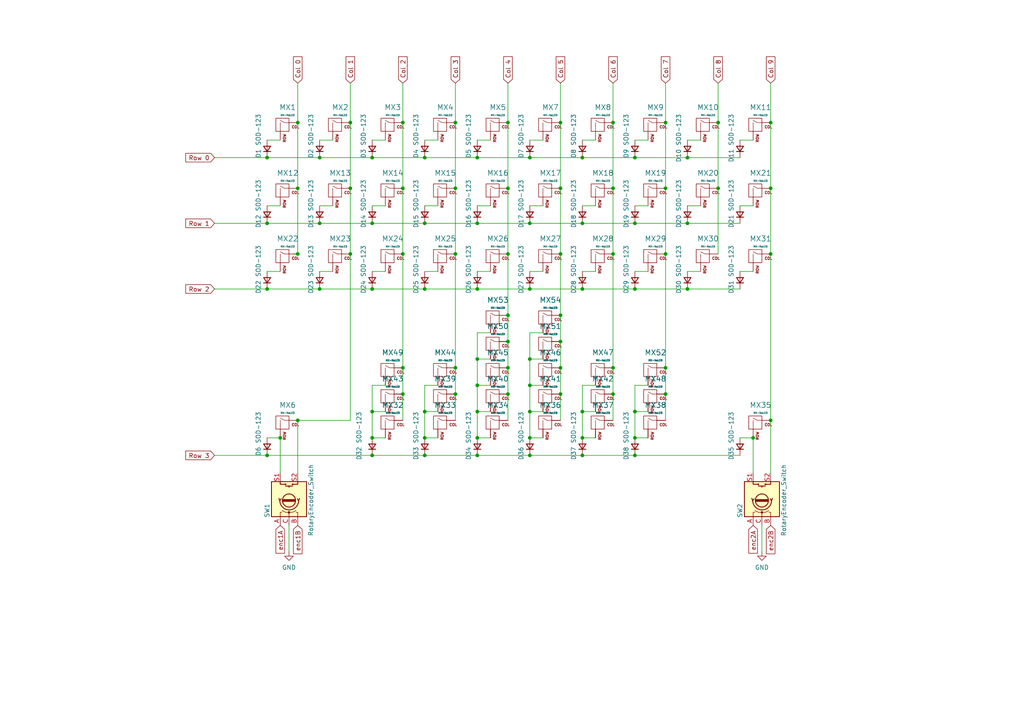
<source format=kicad_sch>
(kicad_sch (version 20230121) (generator eeschema)
  (paper "A4")
  (lib_symbols
    (symbol "Device:D_Small" (pin_numbers hide) (pin_names (offset 0.254) hide)
      (property "Reference" "D" (at -1.27 2.032 0))
      (property "Value" "D_Small" (at -3.81 -2.032 0))
      (symbol "D_Small_0_1"
        (polyline (pts (xy -0.762 -1.016) (xy -0.762 1.016)) (stroke (width 0.254)))
        (polyline (pts (xy -0.762 0) (xy 0.762 0)))
        (polyline (pts (xy 0.762 -1.016) (xy -0.762 0) (xy 0.762 1.016) (xy 0.762 -1.016)) (stroke (width 0.254)))
      )
      (symbol "D_Small_1_1"
        (pin passive line (at -2.54 0 0) (length 1.778) (name "K") (number "1"))
        (pin passive line (at 2.54 0 180) (length 1.778) (name "A") (number "2"))
      )
    )
    (symbol "Device:RotaryEncoder_Switch" (pin_names (offset 0.254) hide)
      (property "Reference" "SW" (at 0 6.604 0))
      (property "Value" "RotaryEncoder_Switch" (at 0 -6.604 0))
      (symbol "RotaryEncoder_Switch_0_1"
        (rectangle (start -5.08 5.08) (end 5.08 -5.08) (stroke (width 0.254)) (fill (type background)))
        (circle (center -3.81 0) (radius 0.254) (fill (type outline)))
        (circle (center -0.381 0) (radius 1.905) (stroke (width 0.254)))
        (arc (start -0.381 2.667) (mid -3.0988 -0.0635) (end -0.381 -2.794) (stroke (width 0.254)))
        (polyline (pts (xy -0.635 -1.778) (xy -0.635 1.778)) (stroke (width 0.254)))
        (polyline (pts (xy -0.381 -1.778) (xy -0.381 1.778)) (stroke (width 0.254)))
        (polyline (pts (xy -0.127 1.778) (xy -0.127 -1.778)) (stroke (width 0.254)))
        (polyline (pts (xy 3.81 0) (xy 3.429 0)) (stroke (width 0.254)))
        (polyline (pts (xy 3.81 1.016) (xy 3.81 -1.016)) (stroke (width 0.254)))
        (polyline (pts (xy -5.08 -2.54) (xy -3.81 -2.54) (xy -3.81 -2.032)))
        (polyline (pts (xy -5.08 2.54) (xy -3.81 2.54) (xy -3.81 2.032)))
        (polyline (pts (xy 0.254 -3.048) (xy -0.508 -2.794) (xy 0.127 -2.413)) (stroke (width 0.254)))
        (polyline (pts (xy 0.254 2.921) (xy -0.508 2.667) (xy 0.127 2.286)) (stroke (width 0.254)))
        (polyline (pts (xy 5.08 -2.54) (xy 4.318 -2.54) (xy 4.318 -1.016)) (stroke (width 0.254)))
        (polyline (pts (xy 5.08 2.54) (xy 4.318 2.54) (xy 4.318 1.016)) (stroke (width 0.254)))
        (polyline (pts (xy -5.08 0) (xy -3.81 0) (xy -3.81 -1.016) (xy -3.302 -2.032)))
        (polyline (pts (xy -4.318 0) (xy -3.81 0) (xy -3.81 1.016) (xy -3.302 2.032)))
        (circle (center 4.318 -1.016) (radius 0.127) (stroke (width 0.254)))
        (circle (center 4.318 1.016) (radius 0.127) (stroke (width 0.254)))
      )
      (symbol "RotaryEncoder_Switch_1_1"
        (pin passive line (at -7.62 2.54 0) (length 2.54) (name "A") (number "A"))
        (pin passive line (at -7.62 -2.54 0) (length 2.54) (name "B") (number "B"))
        (pin passive line (at -7.62 0 0) (length 2.54) (name "C") (number "C"))
        (pin passive line (at 7.62 2.54 180) (length 2.54) (name "S1") (number "S1"))
        (pin passive line (at 7.62 -2.54 180) (length 2.54) (name "S2") (number "S2"))
      )
    )
    (symbol "MX_Alps_Hybrid:MX-NoLED" (pin_names (offset 1.016))
      (property "Reference" "MX" (at -0.635 3.81 0))
      (property "Value" "MX-NoLED" (at -0.635 1.27 0))
      (symbol "MX-NoLED_0_0"
        (rectangle (start -2.54 2.54) (end 1.27 -1.27))
        (polyline (pts (xy -1.27 -1.27) (xy -1.27 1.27)) (stroke (width 0.127)))
        (polyline (pts (xy 1.27 1.27) (xy 0 1.27) (xy -1.27 1.905)) (stroke (width 0.127)))
        (text "COL" (at 3.175 0 0) (effects (font (size 0.762 0.762))))
        (text "ROW" (at 0 -1.905 900) (effects (font (size 0.762 0.762)) (justify right)))
      )
      (symbol "MX-NoLED_1_1"
        (pin passive line (at 3.81 1.27 180) (length 2.54) (name "COL") (number "1"))
        (pin passive line (at -1.27 -3.81 90) (length 2.54) (name "ROW") (number "2"))
      )
    )
    (symbol "power:GND" (power) (pin_names (offset 0))
      (property "Value" "GND" (at 0 -3.81 0))
      (symbol "GND_0_1"
        (polyline (pts (xy 0 0) (xy 0 -1.27) (xy 1.27 -1.27) (xy 0 -2.54) (xy -1.27 -1.27) (xy 0 -1.27)))
      )
      (symbol "GND_1_1"
        (pin power_in line (at 0 0 270) (length 0) hide (name "GND") (number "1"))
      )
    )
  )
  (junction (at 168.91 132.08))
  (junction (at 184.15 64.77))
  (junction (at 199.39 45.72))
  (junction (at 138.43 45.72))
  (junction (at 208.28 35.56))
  (junction (at 107.95 132.08))
  (junction (at 92.71 64.77))
  (junction (at 86.36 121.92))
  (junction (at 168.91 119.38))
  (junction (at 107.95 83.82))
  (junction (at 147.32 35.56))
  (junction (at 101.6 73.66))
  (junction (at 162.56 73.66))
  (junction (at 162.56 91.44))
  (junction (at 132.08 73.66))
  (junction (at 147.32 54.61))
  (junction (at 199.39 64.77))
  (junction (at 153.67 45.72))
  (junction (at 168.91 45.72))
  (junction (at 101.6 35.56))
  (junction (at 77.47 83.82))
  (junction (at 138.43 127))
  (junction (at 92.71 45.72))
  (junction (at 162.56 35.56))
  (junction (at 177.8 106.68))
  (junction (at 193.04 35.56))
  (junction (at 199.39 83.82))
  (junction (at 147.32 91.44))
  (junction (at 86.36 73.66))
  (junction (at 77.47 64.77))
  (junction (at 81.28 127))
  (junction (at 107.95 64.77))
  (junction (at 153.67 127))
  (junction (at 123.19 64.77))
  (junction (at 116.84 35.56))
  (junction (at 153.67 119.38))
  (junction (at 116.84 73.66))
  (junction (at 123.19 45.72))
  (junction (at 153.67 132.08))
  (junction (at 92.71 83.82))
  (junction (at 184.15 83.82))
  (junction (at 223.52 73.66))
  (junction (at 168.91 127))
  (junction (at 147.32 73.66))
  (junction (at 153.67 64.77))
  (junction (at 132.08 106.68))
  (junction (at 218.44 127))
  (junction (at 86.36 35.56))
  (junction (at 107.95 127))
  (junction (at 116.84 106.68))
  (junction (at 147.32 99.06))
  (junction (at 168.91 83.82))
  (junction (at 193.04 114.3))
  (junction (at 153.67 104.14))
  (junction (at 132.08 35.56))
  (junction (at 123.19 83.82))
  (junction (at 223.52 35.56))
  (junction (at 147.32 114.3))
  (junction (at 77.47 45.72))
  (junction (at 193.04 54.61))
  (junction (at 223.52 54.61))
  (junction (at 177.8 114.3))
  (junction (at 168.91 64.77))
  (junction (at 162.56 106.68))
  (junction (at 123.19 127))
  (junction (at 177.8 35.56))
  (junction (at 138.43 104.14))
  (junction (at 193.04 106.68))
  (junction (at 153.67 111.76))
  (junction (at 208.28 54.61))
  (junction (at 77.47 132.08))
  (junction (at 138.43 83.82))
  (junction (at 193.04 73.66))
  (junction (at 123.19 119.38))
  (junction (at 138.43 111.76))
  (junction (at 162.56 99.06))
  (junction (at 116.84 114.3))
  (junction (at 153.67 83.82))
  (junction (at 162.56 54.61))
  (junction (at 147.32 106.68))
  (junction (at 138.43 119.38))
  (junction (at 101.6 54.61))
  (junction (at 107.95 119.38))
  (junction (at 184.15 45.72))
  (junction (at 138.43 64.77))
  (junction (at 223.52 121.92))
  (junction (at 116.84 54.61))
  (junction (at 86.36 54.61))
  (junction (at 138.43 132.08))
  (junction (at 162.56 114.3))
  (junction (at 132.08 114.3))
  (junction (at 177.8 73.66))
  (junction (at 184.15 132.08))
  (junction (at 123.19 132.08))
  (junction (at 132.08 54.61))
  (junction (at 184.15 127))
  (junction (at 184.15 119.38))
  (junction (at 107.95 45.72))
  (junction (at 177.8 54.61))
  (wire (pts (xy 138.43 132.08) (xy 153.67 132.08)))
  (wire (pts (xy 208.28 54.61) (xy 208.28 73.66)))
  (wire (pts (xy 157.48 96.52) (xy 153.67 96.52)))
  (wire (pts (xy 223.52 121.92) (xy 223.52 137.16)))
  (wire (pts (xy 101.6 121.92) (xy 86.36 121.92)))
  (wire (pts (xy 153.67 119.38) (xy 153.67 127)))
  (wire (pts (xy 92.71 83.82) (xy 107.95 83.82)))
  (wire (pts (xy 123.19 119.38) (xy 123.19 127)))
  (wire (pts (xy 116.84 35.56) (xy 116.84 54.61)))
  (wire (pts (xy 111.76 111.76) (xy 107.95 111.76)))
  (wire (pts (xy 153.67 111.76) (xy 153.67 119.38)))
  (wire (pts (xy 172.72 119.38) (xy 168.91 119.38)))
  (wire (pts (xy 123.19 40.64) (xy 127 40.64)))
  (wire (pts (xy 138.43 78.74) (xy 142.24 78.74)))
  (wire (pts (xy 132.08 54.61) (xy 132.08 73.66)))
  (wire (pts (xy 83.82 152.4) (xy 83.82 160.02)))
  (wire (pts (xy 168.91 83.82) (xy 184.15 83.82)))
  (wire (pts (xy 107.95 83.82) (xy 123.19 83.82)))
  (wire (pts (xy 132.08 24.13) (xy 132.08 35.56)))
  (wire (pts (xy 153.67 59.69) (xy 157.48 59.69)))
  (wire (pts (xy 147.32 114.3) (xy 147.32 106.68)))
  (wire (pts (xy 142.24 104.14) (xy 138.43 104.14)))
  (wire (pts (xy 223.52 24.13) (xy 223.52 35.56)))
  (wire (pts (xy 147.32 54.61) (xy 147.32 73.66)))
  (wire (pts (xy 193.04 54.61) (xy 193.04 73.66)))
  (wire (pts (xy 153.67 132.08) (xy 168.91 132.08)))
  (wire (pts (xy 177.8 54.61) (xy 177.8 73.66)))
  (wire (pts (xy 123.19 83.82) (xy 138.43 83.82)))
  (wire (pts (xy 214.63 78.74) (xy 218.44 78.74)))
  (wire (pts (xy 138.43 96.52) (xy 138.43 104.14)))
  (wire (pts (xy 92.71 78.74) (xy 96.52 78.74)))
  (wire (pts (xy 101.6 35.56) (xy 101.6 54.61)))
  (wire (pts (xy 214.63 40.64) (xy 218.44 40.64)))
  (wire (pts (xy 107.95 45.72) (xy 123.19 45.72)))
  (wire (pts (xy 168.91 45.72) (xy 184.15 45.72)))
  (wire (pts (xy 77.47 59.69) (xy 81.28 59.69)))
  (wire (pts (xy 132.08 114.3) (xy 132.08 121.92)))
  (wire (pts (xy 214.63 64.77) (xy 199.39 64.77)))
  (wire (pts (xy 107.95 119.38) (xy 111.76 119.38)))
  (wire (pts (xy 153.67 119.38) (xy 157.48 119.38)))
  (wire (pts (xy 127 111.76) (xy 123.19 111.76)))
  (wire (pts (xy 116.84 54.61) (xy 116.84 73.66)))
  (wire (pts (xy 172.72 111.76) (xy 168.91 111.76)))
  (wire (pts (xy 162.56 73.66) (xy 162.56 91.44)))
  (wire (pts (xy 199.39 45.72) (xy 214.63 45.72)))
  (wire (pts (xy 162.56 54.61) (xy 162.56 73.66)))
  (wire (pts (xy 214.63 59.69) (xy 218.44 59.69)))
  (wire (pts (xy 184.15 45.72) (xy 199.39 45.72)))
  (wire (pts (xy 162.56 114.3) (xy 162.56 121.92)))
  (wire (pts (xy 184.15 127) (xy 187.96 127)))
  (wire (pts (xy 168.91 127) (xy 172.72 127)))
  (wire (pts (xy 199.39 78.74) (xy 203.2 78.74)))
  (wire (pts (xy 138.43 40.64) (xy 142.24 40.64)))
  (wire (pts (xy 62.23 45.72) (xy 77.47 45.72)))
  (wire (pts (xy 193.04 35.56) (xy 193.04 54.61)))
  (wire (pts (xy 123.19 59.69) (xy 127 59.69)))
  (wire (pts (xy 123.19 127) (xy 127 127)))
  (wire (pts (xy 168.91 40.64) (xy 172.72 40.64)))
  (wire (pts (xy 86.36 54.61) (xy 86.36 73.66)))
  (wire (pts (xy 107.95 127) (xy 111.76 127)))
  (wire (pts (xy 138.43 111.76) (xy 142.24 111.76)))
  (wire (pts (xy 162.56 35.56) (xy 162.56 54.61)))
  (wire (pts (xy 153.67 78.74) (xy 157.48 78.74)))
  (wire (pts (xy 153.67 40.64) (xy 157.48 40.64)))
  (wire (pts (xy 77.47 83.82) (xy 92.71 83.82)))
  (wire (pts (xy 123.19 111.76) (xy 123.19 119.38)))
  (wire (pts (xy 138.43 111.76) (xy 138.43 119.38)))
  (wire (pts (xy 147.32 91.44) (xy 147.32 99.06)))
  (wire (pts (xy 177.8 35.56) (xy 177.8 54.61)))
  (wire (pts (xy 123.19 78.74) (xy 127 78.74)))
  (wire (pts (xy 199.39 64.77) (xy 184.15 64.77)))
  (wire (pts (xy 193.04 106.68) (xy 193.04 114.3)))
  (wire (pts (xy 92.71 64.77) (xy 77.47 64.77)))
  (wire (pts (xy 157.48 104.14) (xy 153.67 104.14)))
  (wire (pts (xy 116.84 73.66) (xy 116.84 106.68)))
  (wire (pts (xy 193.04 73.66) (xy 193.04 106.68)))
  (wire (pts (xy 177.8 73.66) (xy 177.8 106.68)))
  (wire (pts (xy 184.15 78.74) (xy 187.96 78.74)))
  (wire (pts (xy 168.91 119.38) (xy 168.91 127)))
  (wire (pts (xy 127 119.38) (xy 123.19 119.38)))
  (wire (pts (xy 132.08 106.68) (xy 132.08 114.3)))
  (wire (pts (xy 177.8 114.3) (xy 177.8 121.92)))
  (wire (pts (xy 101.6 24.13) (xy 101.6 35.56)))
  (wire (pts (xy 162.56 24.13) (xy 162.56 35.56)))
  (wire (pts (xy 223.52 73.66) (xy 223.52 121.92)))
  (wire (pts (xy 184.15 132.08) (xy 168.91 132.08)))
  (wire (pts (xy 162.56 91.44) (xy 162.56 99.06)))
  (wire (pts (xy 86.36 35.56) (xy 86.36 54.61)))
  (wire (pts (xy 132.08 35.56) (xy 132.08 54.61)))
  (wire (pts (xy 86.36 24.13) (xy 86.36 35.56)))
  (wire (pts (xy 218.44 127) (xy 218.44 137.16)))
  (wire (pts (xy 138.43 59.69) (xy 142.24 59.69)))
  (wire (pts (xy 123.19 45.72) (xy 138.43 45.72)))
  (wire (pts (xy 138.43 119.38) (xy 142.24 119.38)))
  (wire (pts (xy 138.43 119.38) (xy 138.43 127)))
  (wire (pts (xy 123.19 64.77) (xy 107.95 64.77)))
  (wire (pts (xy 177.8 24.13) (xy 177.8 35.56)))
  (wire (pts (xy 177.8 106.68) (xy 177.8 114.3)))
  (wire (pts (xy 142.24 96.52) (xy 138.43 96.52)))
  (wire (pts (xy 92.71 45.72) (xy 107.95 45.72)))
  (wire (pts (xy 62.23 64.77) (xy 77.47 64.77)))
  (wire (pts (xy 77.47 40.64) (xy 81.28 40.64)))
  (wire (pts (xy 184.15 111.76) (xy 184.15 119.38)))
  (wire (pts (xy 147.32 99.06) (xy 147.32 106.68)))
  (wire (pts (xy 107.95 78.74) (xy 111.76 78.74)))
  (wire (pts (xy 77.47 45.72) (xy 92.71 45.72)))
  (wire (pts (xy 147.32 121.92) (xy 147.32 114.3)))
  (wire (pts (xy 62.23 83.82) (xy 77.47 83.82)))
  (wire (pts (xy 77.47 132.08) (xy 107.95 132.08)))
  (wire (pts (xy 208.28 24.13) (xy 208.28 35.56)))
  (wire (pts (xy 116.84 114.3) (xy 116.84 121.92)))
  (wire (pts (xy 184.15 40.64) (xy 187.96 40.64)))
  (wire (pts (xy 184.15 83.82) (xy 199.39 83.82)))
  (wire (pts (xy 147.32 24.13) (xy 147.32 35.56)))
  (wire (pts (xy 132.08 73.66) (xy 132.08 106.68)))
  (wire (pts (xy 92.71 59.69) (xy 96.52 59.69)))
  (wire (pts (xy 77.47 127) (xy 81.28 127)))
  (wire (pts (xy 153.67 45.72) (xy 168.91 45.72)))
  (wire (pts (xy 223.52 54.61) (xy 223.52 73.66)))
  (wire (pts (xy 123.19 132.08) (xy 138.43 132.08)))
  (wire (pts (xy 193.04 24.13) (xy 193.04 35.56)))
  (wire (pts (xy 184.15 64.77) (xy 168.91 64.77)))
  (wire (pts (xy 101.6 73.66) (xy 101.6 121.92)))
  (wire (pts (xy 187.96 111.76) (xy 184.15 111.76)))
  (wire (pts (xy 107.95 132.08) (xy 123.19 132.08)))
  (wire (pts (xy 138.43 83.82) (xy 153.67 83.82)))
  (wire (pts (xy 184.15 119.38) (xy 187.96 119.38)))
  (wire (pts (xy 86.36 121.92) (xy 86.36 137.16)))
  (wire (pts (xy 62.23 132.08) (xy 77.47 132.08)))
  (wire (pts (xy 92.71 40.64) (xy 96.52 40.64)))
  (wire (pts (xy 153.67 127) (xy 157.48 127)))
  (wire (pts (xy 199.39 59.69) (xy 203.2 59.69)))
  (wire (pts (xy 214.63 127) (xy 218.44 127)))
  (wire (pts (xy 116.84 24.13) (xy 116.84 35.56)))
  (wire (pts (xy 223.52 35.56) (xy 223.52 54.61)))
  (wire (pts (xy 116.84 106.68) (xy 116.84 114.3)))
  (wire (pts (xy 147.32 73.66) (xy 147.32 91.44)))
  (wire (pts (xy 184.15 132.08) (xy 214.63 132.08)))
  (wire (pts (xy 138.43 104.14) (xy 138.43 111.76)))
  (wire (pts (xy 168.91 59.69) (xy 172.72 59.69)))
  (wire (pts (xy 168.91 111.76) (xy 168.91 119.38)))
  (wire (pts (xy 153.67 96.52) (xy 153.67 104.14)))
  (wire (pts (xy 168.91 64.77) (xy 153.67 64.77)))
  (wire (pts (xy 138.43 64.77) (xy 153.67 64.77)))
  (wire (pts (xy 162.56 106.68) (xy 162.56 114.3)))
  (wire (pts (xy 193.04 114.3) (xy 193.04 121.92)))
  (wire (pts (xy 162.56 99.06) (xy 162.56 106.68)))
  (wire (pts (xy 184.15 119.38) (xy 184.15 127)))
  (wire (pts (xy 107.95 119.38) (xy 107.95 127)))
  (wire (pts (xy 85.09 73.66) (xy 86.36 73.66)))
  (wire (pts (xy 184.15 59.69) (xy 187.96 59.69)))
  (wire (pts (xy 208.28 35.56) (xy 208.28 54.61)))
  (wire (pts (xy 138.43 45.72) (xy 153.67 45.72)))
  (wire (pts (xy 199.39 40.64) (xy 203.2 40.64)))
  (wire (pts (xy 107.95 59.69) (xy 111.76 59.69)))
  (wire (pts (xy 220.98 152.4) (xy 220.98 160.02)))
  (wire (pts (xy 107.95 64.77) (xy 92.71 64.77)))
  (wire (pts (xy 199.39 83.82) (xy 214.63 83.82)))
  (wire (pts (xy 107.95 111.76) (xy 107.95 119.38)))
  (wire (pts (xy 101.6 54.61) (xy 101.6 73.66)))
  (wire (pts (xy 138.43 64.77) (xy 123.19 64.77)))
  (wire (pts (xy 107.95 40.64) (xy 111.76 40.64)))
  (wire (pts (xy 147.32 35.56) (xy 147.32 54.61)))
  (wire (pts (xy 81.28 127) (xy 81.28 137.16)))
  (wire (pts (xy 153.67 111.76) (xy 157.48 111.76)))
  (wire (pts (xy 77.47 78.74) (xy 81.28 78.74)))
  (wire (pts (xy 168.91 78.74) (xy 172.72 78.74)))
  (wire (pts (xy 153.67 83.82) (xy 168.91 83.82)))
  (wire (pts (xy 138.43 127) (xy 142.24 127)))
  (wire (pts (xy 153.67 104.14) (xy 153.67 111.76)))
  (global_label "enc1B" (shape input) (at 86.36 152.4 270) (property "Intersheetrefs" "${INTERSHEET_REFS}" (effects hide)))
  (global_label "Col 3" (shape input) (at 132.08 24.13 90) (property "Intersheetrefs" "${INTERSHEET_REFS}" (effects hide)))
  (global_label "Col 0" (shape input) (at 86.36 24.13 90) (property "Intersheetrefs" "${INTERSHEET_REFS}" (effects hide)))
  (global_label "Row 0" (shape input) (at 62.23 45.72 180) (property "Intersheetrefs" "${INTERSHEET_REFS}" (effects hide)))
  (global_label "Col 4" (shape input) (at 147.32 24.13 90) (property "Intersheetrefs" "${INTERSHEET_REFS}" (effects hide)))
  (global_label "Row 2" (shape input) (at 62.23 83.82 180) (property "Intersheetrefs" "${INTERSHEET_REFS}" (effects hide)))
  (global_label "Row 1" (shape input) (at 62.23 64.77 180) (property "Intersheetrefs" "${INTERSHEET_REFS}" (effects hide)))
  (global_label "Col 6" (shape input) (at 177.8 24.13 90) (property "Intersheetrefs" "${INTERSHEET_REFS}" (effects hide)))
  (global_label "Col 2" (shape input) (at 116.84 24.13 90) (property "Intersheetrefs" "${INTERSHEET_REFS}" (effects hide)))
  (global_label "enc2B" (shape input) (at 223.52 152.4 270) (property "Intersheetrefs" "${INTERSHEET_REFS}" (effects hide)))
  (global_label "Row 3" (shape input) (at 62.23 132.08 180) (property "Intersheetrefs" "${INTERSHEET_REFS}" (effects hide)))
  (global_label "Col 7" (shape input) (at 193.04 24.13 90) (property "Intersheetrefs" "${INTERSHEET_REFS}" (effects hide)))
  (global_label "enc2A" (shape input) (at 218.44 152.4 270) (property "Intersheetrefs" "${INTERSHEET_REFS}" (effects hide)))
  (global_label "Col 5" (shape input) (at 162.56 24.13 90) (property "Intersheetrefs" "${INTERSHEET_REFS}" (effects hide)))
  (global_label "Col 1" (shape input) (at 101.6 24.13 90) (property "Intersheetrefs" "${INTERSHEET_REFS}" (effects hide)))
  (global_label "Col 9" (shape input) (at 223.52 24.13 90) (property "Intersheetrefs" "${INTERSHEET_REFS}" (effects hide)))
  (global_label "Col 8" (shape input) (at 208.28 24.13 90) (property "Intersheetrefs" "${INTERSHEET_REFS}" (effects hide)))
  (global_label "enc1A" (shape input) (at 81.28 152.4 270) (property "Intersheetrefs" "${INTERSHEET_REFS}" (effects hide)))
  (symbol (lib_id "Device:D_Small") (at 199.39 62.23 90) (unit 1)
    (property "Reference" "D20" (at 196.85 62.23 0) (effects (justify right)))
    (property "Value" "SOD-123" (at 196.85 52.07 0) (effects (justify right)))
    (property "Footprint" "Diode_SMD:D_SOD-123" (effects hide))
  )
  (symbol (lib_id "MX_Alps_Hybrid:MX-NoLED") (at 158.75 92.71 0) (unit 1)
    (property "Reference" "MX54" (at 159.6356 87.0165 0) (effects (font (size 1.524 1.524))))
    (property "Value" "MX-NoLED" (at 159.6356 89.2871 0) (effects (font (size 0.508 0.508))))
    (property "Footprint" "MX_Only:MXOnly-3U-ReversedStabilizers-NoLED" (effects hide))
  )
  (symbol (lib_id "Device:D_Small") (at 184.15 43.18 90) (unit 1)
    (property "Reference" "D9" (at 181.61 43.18 0) (effects (justify right)))
    (property "Value" "SOD-123" (at 181.61 33.02 0) (effects (justify right)))
    (property "Footprint" "Diode_SMD:D_SOD-123" (effects hide))
  )
  (symbol (lib_id "Device:D_Small") (at 168.91 43.18 90) (unit 1)
    (property "Reference" "D8" (at 166.37 43.18 0) (effects (justify right)))
    (property "Value" "SOD-123" (at 166.37 33.02 0) (effects (justify right)))
    (property "Footprint" "Diode_SMD:D_SOD-123" (effects hide))
  )
  (symbol (lib_id "MX_Alps_Hybrid:MX-NoLED") (at 219.71 55.88 0) (unit 1)
    (property "Reference" "MX21" (at 220.5956 50.1865 0) (effects (font (size 1.524 1.524))))
    (property "Value" "MX-NoLED" (at 220.5956 52.4571 0) (effects (font (size 0.508 0.508))))
    (property "Footprint" "MX_Only:MXOnly-1U-NoLED" (effects hide))
  )
  (symbol (lib_id "Device:D_Small") (at 92.71 62.23 90) (unit 1)
    (property "Reference" "D13" (at 90.17 62.23 0) (effects (justify right)))
    (property "Value" "SOD-123" (at 90.17 52.07 0) (effects (justify right)))
    (property "Footprint" "Diode_SMD:D_SOD-123" (effects hide))
  )
  (symbol (lib_id "Device:D_Small") (at 77.47 62.23 90) (unit 1)
    (property "Reference" "D12" (at 74.93 62.23 0) (effects (justify right)))
    (property "Value" "SOD-123" (at 74.93 52.07 0) (effects (justify right)))
    (property "Footprint" "Diode_SMD:D_SOD-123" (effects hide))
  )
  (symbol (lib_id "MX_Alps_Hybrid:MX-NoLED") (at 97.79 74.93 0) (unit 1)
    (property "Reference" "MX23" (at 98.6756 69.2365 0) (effects (font (size 1.524 1.524))))
    (property "Value" "MX-NoLED" (at 98.6756 71.5071 0) (effects (font (size 0.508 0.508))))
    (property "Footprint" "MX_Only:MXOnly-1U-NoLED" (effects hide))
  )
  (symbol (lib_id "MX_Alps_Hybrid:MX-NoLED") (at 82.55 36.83 0) (unit 1)
    (property "Reference" "MX1" (at 83.4356 31.1365 0) (effects (font (size 1.524 1.524))))
    (property "Value" "MX-NoLED" (at 83.4356 33.4071 0) (effects (font (size 0.508 0.508))))
    (property "Footprint" "MX_Only:MXOnly-1U-NoLED" (effects hide))
  )
  (symbol (lib_id "MX_Alps_Hybrid:MX-NoLED") (at 143.51 107.95 0) (unit 1)
    (property "Reference" "MX45" (at 144.3956 102.2565 0) (effects (font (size 1.524 1.524))))
    (property "Value" "MX-NoLED" (at 144.3956 104.5271 0) (effects (font (size 0.508 0.508))))
    (property "Footprint" "MX_Only:MXOnly-2.25U-ReversedStabilizers-NoLED" (effects hide))
  )
  (symbol (lib_id "Device:D_Small") (at 184.15 62.23 90) (unit 1)
    (property "Reference" "D19" (at 181.61 62.23 0) (effects (justify right)))
    (property "Value" "SOD-123" (at 181.61 52.07 0) (effects (justify right)))
    (property "Footprint" "Diode_SMD:D_SOD-123" (effects hide))
  )
  (symbol (lib_id "MX_Alps_Hybrid:MX-NoLED") (at 143.51 55.88 0) (unit 1)
    (property "Reference" "MX16" (at 144.3956 50.1865 0) (effects (font (size 1.524 1.524))))
    (property "Value" "MX-NoLED" (at 144.3956 52.4571 0) (effects (font (size 0.508 0.508))))
    (property "Footprint" "MX_Only:MXOnly-1U-NoLED" (effects hide))
  )
  (symbol (lib_id "MX_Alps_Hybrid:MX-NoLED") (at 82.55 55.88 0) (unit 1)
    (property "Reference" "MX12" (at 83.4356 50.1865 0) (effects (font (size 1.524 1.524))))
    (property "Value" "MX-NoLED" (at 83.4356 52.4571 0) (effects (font (size 0.508 0.508))))
    (property "Footprint" "MX_Only:MXOnly-1U-NoLED" (effects hide))
  )
  (symbol (lib_id "Device:D_Small") (at 199.39 43.18 90) (unit 1)
    (property "Reference" "D10" (at 196.85 43.18 0) (effects (justify right)))
    (property "Value" "SOD-123" (at 196.85 33.02 0) (effects (justify right)))
    (property "Footprint" "Diode_SMD:D_SOD-123" (effects hide))
  )
  (symbol (lib_id "MX_Alps_Hybrid:MX-NoLED") (at 219.71 36.83 0) (unit 1)
    (property "Reference" "MX11" (at 220.5956 31.1365 0) (effects (font (size 1.524 1.524))))
    (property "Value" "MX-NoLED" (at 220.5956 33.4071 0) (effects (font (size 0.508 0.508))))
    (property "Footprint" "MX_Only:MXOnly-1U-NoLED" (effects hide))
  )
  (symbol (lib_id "MX_Alps_Hybrid:MX-NoLED") (at 113.03 123.19 0) (unit 1)
    (property "Reference" "MX32" (at 113.9156 117.4965 0) (effects (font (size 1.524 1.524))))
    (property "Value" "MX-NoLED" (at 113.9156 119.7671 0) (effects (font (size 0.508 0.508))))
    (property "Footprint" "MX_Only:MXOnly-1.25U-NoLED" (effects hide))
  )
  (symbol (lib_id "Device:D_Small") (at 123.19 43.18 90) (unit 1)
    (property "Reference" "D4" (at 120.65 43.18 0) (effects (justify right)))
    (property "Value" "SOD-123" (at 120.65 33.02 0) (effects (justify right)))
    (property "Footprint" "Diode_SMD:D_SOD-123" (effects hide))
  )
  (symbol (lib_id "Device:D_Small") (at 107.95 62.23 90) (unit 1)
    (property "Reference" "D14" (at 105.41 62.23 0) (effects (justify right)))
    (property "Value" "SOD-123" (at 105.41 52.07 0) (effects (justify right)))
    (property "Footprint" "Diode_SMD:D_SOD-123" (effects hide))
  )
  (symbol (lib_id "Device:D_Small") (at 77.47 43.18 90) (unit 1)
    (property "Reference" "D1" (at 74.93 43.18 0) (effects (justify right)))
    (property "Value" "SOD-123" (at 74.93 33.02 0) (effects (justify right)))
    (property "Footprint" "Diode_SMD:D_SOD-123" (effects hide))
  )
  (symbol (lib_id "MX_Alps_Hybrid:MX-NoLED") (at 173.99 123.19 0) (unit 1)
    (property "Reference" "MX37" (at 174.8756 117.4965 0) (effects (font (size 1.524 1.524))))
    (property "Value" "MX-NoLED" (at 174.8756 119.7671 0) (effects (font (size 0.508 0.508))))
    (property "Footprint" "MX_Only:MXOnly-1.25U-NoLED" (effects hide))
  )
  (symbol (lib_id "MX_Alps_Hybrid:MX-NoLED") (at 158.75 107.95 0) (unit 1)
    (property "Reference" "MX46" (at 159.6356 102.2565 0) (effects (font (size 1.524 1.524))))
    (property "Value" "MX-NoLED" (at 159.6356 104.5271 0) (effects (font (size 0.508 0.508))))
    (property "Footprint" "MX_Only:MXOnly-2.25U-ReversedStabilizers-NoLED" (effects hide))
  )
  (symbol (lib_id "MX_Alps_Hybrid:MX-NoLED") (at 204.47 36.83 0) (unit 1)
    (property "Reference" "MX10" (at 205.3556 31.1365 0) (effects (font (size 1.524 1.524))))
    (property "Value" "MX-NoLED" (at 205.3556 33.4071 0) (effects (font (size 0.508 0.508))))
    (property "Footprint" "MX_Only:MXOnly-1U-NoLED" (effects hide))
  )
  (symbol (lib_id "Device:RotaryEncoder_Switch") (at 220.98 144.78 90) (unit 1)
    (property "Reference" "SW2" (at 214.63 146.05 0) (effects (justify right)))
    (property "Value" "RotaryEncoder_Switch" (at 227.33 134.62 0) (effects (justify right)))
    (property "Footprint" "Rotary_Encoder:RotaryEncoder_Alps_EC11E-Switch_Vertical_H20mm" (effects hide))
  )
  (symbol (lib_id "MX_Alps_Hybrid:MX-NoLED") (at 158.75 55.88 0) (unit 1)
    (property "Reference" "MX17" (at 159.6356 50.1865 0) (effects (font (size 1.524 1.524))))
    (property "Value" "MX-NoLED" (at 159.6356 52.4571 0) (effects (font (size 0.508 0.508))))
    (property "Footprint" "MX_Only:MXOnly-1U-NoLED" (effects hide))
  )
  (symbol (lib_id "MX_Alps_Hybrid:MX-NoLED") (at 189.23 115.57 0) (unit 1)
    (property "Reference" "MX48" (at 190.1156 109.8765 0) (effects (font (size 1.524 1.524))))
    (property "Value" "MX-NoLED" (at 190.1156 112.1471 0) (effects (font (size 0.508 0.508))))
    (property "Footprint" "MX_Only:MXOnly-1U-NoLED" (effects hide))
  )
  (symbol (lib_id "Device:D_Small") (at 77.47 81.28 90) (unit 1)
    (property "Reference" "D22" (at 74.93 81.28 0) (effects (justify right)))
    (property "Value" "SOD-123" (at 74.93 71.12 0) (effects (justify right)))
    (property "Footprint" "Diode_SMD:D_SOD-123" (effects hide))
  )
  (symbol (lib_id "MX_Alps_Hybrid:MX-NoLED") (at 189.23 123.19 0) (unit 1)
    (property "Reference" "MX38" (at 190.1156 117.4965 0) (effects (font (size 1.524 1.524))))
    (property "Value" "MX-NoLED" (at 190.1156 119.7671 0) (effects (font (size 0.508 0.508))))
    (property "Footprint" "MX_Only:MXOnly-1.25U-NoLED" (effects hide))
  )
  (symbol (lib_id "Device:D_Small") (at 138.43 81.28 90) (unit 1)
    (property "Reference" "D26" (at 135.89 81.28 0) (effects (justify right)))
    (property "Value" "SOD-123" (at 135.89 71.12 0) (effects (justify right)))
    (property "Footprint" "Diode_SMD:D_SOD-123" (effects hide))
  )
  (symbol (lib_id "Device:D_Small") (at 153.67 43.18 90) (unit 1)
    (property "Reference" "D7" (at 151.13 43.18 0) (effects (justify right)))
    (property "Value" "SOD-123" (at 151.13 33.02 0) (effects (justify right)))
    (property "Footprint" "Diode_SMD:D_SOD-123" (effects hide))
  )
  (symbol (lib_id "MX_Alps_Hybrid:MX-NoLED") (at 143.51 115.57 0) (unit 1)
    (property "Reference" "MX40" (at 144.3956 109.8765 0) (effects (font (size 1.524 1.524))))
    (property "Value" "MX-NoLED" (at 144.3956 112.1471 0) (effects (font (size 0.508 0.508))))
    (property "Footprint" "MX_Only:MXOnly-2U-ReversedStabilizers-NoLED" (effects hide))
  )
  (symbol (lib_id "Device:D_Small") (at 214.63 81.28 90) (unit 1)
    (property "Reference" "D31" (at 212.09 81.28 0) (effects (justify right)))
    (property "Value" "SOD-123" (at 212.09 71.12 0) (effects (justify right)))
    (property "Footprint" "Diode_SMD:D_SOD-123" (effects hide))
  )
  (symbol (lib_id "MX_Alps_Hybrid:MX-NoLED") (at 173.99 107.95 0) (unit 1)
    (property "Reference" "MX47" (at 174.8756 102.2565 0) (effects (font (size 1.524 1.524))))
    (property "Value" "MX-NoLED" (at 174.8756 104.5271 0) (effects (font (size 0.508 0.508))))
    (property "Footprint" "MX_Only:MXOnly-1U-NoLED" (effects hide))
  )
  (symbol (lib_id "MX_Alps_Hybrid:MX-NoLED") (at 189.23 74.93 0) (unit 1)
    (property "Reference" "MX29" (at 190.1156 69.2365 0) (effects (font (size 1.524 1.524))))
    (property "Value" "MX-NoLED" (at 190.1156 71.5071 0) (effects (font (size 0.508 0.508))))
    (property "Footprint" "MX_Only:MXOnly-1U-NoLED" (effects hide))
  )
  (symbol (lib_id "MX_Alps_Hybrid:MX-NoLED") (at 128.27 107.95 0) (unit 1)
    (property "Reference" "MX44" (at 129.1556 102.2565 0) (effects (font (size 1.524 1.524))))
    (property "Value" "MX-NoLED" (at 129.1556 104.5271 0) (effects (font (size 0.508 0.508))))
    (property "Footprint" "MX_Only:MXOnly-1U-NoLED" (effects hide))
  )
  (symbol (lib_id "MX_Alps_Hybrid:MX-NoLED") (at 189.23 55.88 0) (unit 1)
    (property "Reference" "MX19" (at 190.1156 50.1865 0) (effects (font (size 1.524 1.524))))
    (property "Value" "MX-NoLED" (at 190.1156 52.4571 0) (effects (font (size 0.508 0.508))))
    (property "Footprint" "MX_Only:MXOnly-1U-NoLED" (effects hide))
  )
  (symbol (lib_id "MX_Alps_Hybrid:MX-NoLED") (at 158.75 115.57 0) (unit 1)
    (property "Reference" "MX41" (at 159.6356 109.8765 0) (effects (font (size 1.524 1.524))))
    (property "Value" "MX-NoLED" (at 159.6356 112.1471 0) (effects (font (size 0.508 0.508))))
    (property "Footprint" "MX_Only:MXOnly-2U-ReversedStabilizers-NoLED" (effects hide))
  )
  (symbol (lib_id "MX_Alps_Hybrid:MX-NoLED") (at 128.27 115.57 0) (unit 1)
    (property "Reference" "MX39" (at 129.1556 109.8765 0) (effects (font (size 1.524 1.524))))
    (property "Value" "MX-NoLED" (at 129.1556 112.1471 0) (effects (font (size 0.508 0.508))))
    (property "Footprint" "MX_Only:MXOnly-1U-NoLED" (effects hide))
  )
  (symbol (lib_id "MX_Alps_Hybrid:MX-NoLED") (at 143.51 92.71 0) (unit 1)
    (property "Reference" "MX53" (at 144.3956 87.0165 0) (effects (font (size 1.524 1.524))))
    (property "Value" "MX-NoLED" (at 144.3956 89.2871 0) (effects (font (size 0.508 0.508))))
    (property "Footprint" "MX_Only:MXOnly-3U-ReversedStabilizers-NoLED" (effects hide))
  )
  (symbol (lib_id "MX_Alps_Hybrid:MX-NoLED") (at 143.51 36.83 0) (unit 1)
    (property "Reference" "MX5" (at 144.3956 31.1365 0) (effects (font (size 1.524 1.524))))
    (property "Value" "MX-NoLED" (at 144.3956 33.4071 0) (effects (font (size 0.508 0.508))))
    (property "Footprint" "MX_Only:MXOnly-1U-NoLED" (effects hide))
  )
  (symbol (lib_id "Device:D_Small") (at 214.63 129.54 90) (unit 1)
    (property "Reference" "D35" (at 212.09 129.54 0) (effects (justify right)))
    (property "Value" "SOD-123" (at 212.09 119.38 0) (effects (justify right)))
    (property "Footprint" "Diode_SMD:D_SOD-123" (effects hide))
  )
  (symbol (lib_id "MX_Alps_Hybrid:MX-NoLED") (at 113.03 36.83 0) (unit 1)
    (property "Reference" "MX3" (at 113.9156 31.1365 0) (effects (font (size 1.524 1.524))))
    (property "Value" "MX-NoLED" (at 113.9156 33.4071 0) (effects (font (size 0.508 0.508))))
    (property "Footprint" "MX_Only:MXOnly-1U-NoLED" (effects hide))
  )
  (symbol (lib_id "Device:D_Small") (at 168.91 129.54 90) (unit 1)
    (property "Reference" "D37" (at 166.37 129.54 0) (effects (justify right)))
    (property "Value" "SOD-123" (at 166.37 119.38 0) (effects (justify right)))
    (property "Footprint" "Diode_SMD:D_SOD-123" (effects hide))
  )
  (symbol (lib_id "Device:D_Small") (at 214.63 43.18 90) (unit 1)
    (property "Reference" "D11" (at 212.09 43.18 0) (effects (justify right)))
    (property "Value" "SOD-123" (at 212.09 33.02 0) (effects (justify right)))
    (property "Footprint" "Diode_SMD:D_SOD-123" (effects hide))
  )
  (symbol (lib_id "Device:D_Small") (at 77.47 129.54 90) (unit 1)
    (property "Reference" "D6" (at 74.93 129.54 0) (effects (justify right)))
    (property "Value" "SOD-123" (at 74.93 119.38 0) (effects (justify right)))
    (property "Footprint" "Diode_SMD:D_SOD-123" (effects hide))
  )
  (symbol (lib_id "Device:D_Small") (at 168.91 62.23 90) (unit 1)
    (property "Reference" "D18" (at 166.37 62.23 0) (effects (justify right)))
    (property "Value" "SOD-123" (at 166.37 52.07 0) (effects (justify right)))
    (property "Footprint" "Diode_SMD:D_SOD-123" (effects hide))
  )
  (symbol (lib_id "Device:D_Small") (at 92.71 43.18 90) (unit 1)
    (property "Reference" "D2" (at 90.17 43.18 0) (effects (justify right)))
    (property "Value" "SOD-123" (at 90.17 33.02 0) (effects (justify right)))
    (property "Footprint" "Diode_SMD:D_SOD-123" (effects hide))
  )
  (symbol (lib_id "MX_Alps_Hybrid:MX-NoLED") (at 158.75 100.33 0) (unit 1)
    (property "Reference" "MX51" (at 159.6356 94.6365 0) (effects (font (size 1.524 1.524))))
    (property "Value" "MX-NoLED" (at 159.6356 96.9071 0) (effects (font (size 0.508 0.508))))
    (property "Footprint" "MX_Only:MXOnly-2.75U-ReversedStabilizers-NoLED" (effects hide))
  )
  (symbol (lib_id "MX_Alps_Hybrid:MX-NoLED") (at 219.71 74.93 0) (unit 1)
    (property "Reference" "MX31" (at 220.5956 69.2365 0) (effects (font (size 1.524 1.524))))
    (property "Value" "MX-NoLED" (at 220.5956 71.5071 0) (effects (font (size 0.508 0.508))))
    (property "Footprint" "MX_Only:MXOnly-1U-NoLED" (effects hide))
  )
  (symbol (lib_id "MX_Alps_Hybrid:MX-NoLED") (at 113.03 55.88 0) (unit 1)
    (property "Reference" "MX14" (at 113.9156 50.1865 0) (effects (font (size 1.524 1.524))))
    (property "Value" "MX-NoLED" (at 113.9156 52.4571 0) (effects (font (size 0.508 0.508))))
    (property "Footprint" "MX_Only:MXOnly-1U-NoLED" (effects hide))
  )
  (symbol (lib_id "MX_Alps_Hybrid:MX-NoLED") (at 97.79 55.88 0) (unit 1)
    (property "Reference" "MX13" (at 98.6756 50.1865 0) (effects (font (size 1.524 1.524))))
    (property "Value" "MX-NoLED" (at 98.6756 52.4571 0) (effects (font (size 0.508 0.508))))
    (property "Footprint" "MX_Only:MXOnly-1U-NoLED" (effects hide))
  )
  (symbol (lib_id "power:GND") (at 83.82 160.02 0) (unit 1)
    (property "Reference" "#PWR0101" (effects hide))
    (property "Value" "GND" (at 83.82 164.5825 0))
  )
  (symbol (lib_id "Device:D_Small") (at 138.43 62.23 90) (unit 1)
    (property "Reference" "D16" (at 135.89 62.23 0) (effects (justify right)))
    (property "Value" "SOD-123" (at 135.89 52.07 0) (effects (justify right)))
    (property "Footprint" "Diode_SMD:D_SOD-123" (effects hide))
  )
  (symbol (lib_id "MX_Alps_Hybrid:MX-NoLED") (at 128.27 55.88 0) (unit 1)
    (property "Reference" "MX15" (at 129.1556 50.1865 0) (effects (font (size 1.524 1.524))))
    (property "Value" "MX-NoLED" (at 129.1556 52.4571 0) (effects (font (size 0.508 0.508))))
    (property "Footprint" "MX_Only:MXOnly-1U-NoLED" (effects hide))
  )
  (symbol (lib_id "Device:D_Small") (at 214.63 62.23 90) (unit 1)
    (property "Reference" "D21" (at 212.09 62.23 0) (effects (justify right)))
    (property "Value" "SOD-123" (at 212.09 52.07 0) (effects (justify right)))
    (property "Footprint" "Diode_SMD:D_SOD-123" (effects hide))
  )
  (symbol (lib_id "Device:D_Small") (at 107.95 43.18 90) (unit 1)
    (property "Reference" "D3" (at 105.41 43.18 0) (effects (justify right)))
    (property "Value" "SOD-123" (at 105.41 33.02 0) (effects (justify right)))
    (property "Footprint" "Diode_SMD:D_SOD-123" (effects hide))
  )
  (symbol (lib_id "Device:D_Small") (at 168.91 81.28 90) (unit 1)
    (property "Reference" "D28" (at 166.37 81.28 0) (effects (justify right)))
    (property "Value" "SOD-123" (at 166.37 71.12 0) (effects (justify right)))
    (property "Footprint" "Diode_SMD:D_SOD-123" (effects hide))
  )
  (symbol (lib_id "Device:D_Small") (at 184.15 81.28 90) (unit 1)
    (property "Reference" "D29" (at 181.61 81.28 0) (effects (justify right)))
    (property "Value" "SOD-123" (at 181.61 71.12 0) (effects (justify right)))
    (property "Footprint" "Diode_SMD:D_SOD-123" (effects hide))
  )
  (symbol (lib_id "MX_Alps_Hybrid:MX-NoLED") (at 143.51 123.19 0) (unit 1)
    (property "Reference" "MX34" (at 144.3956 117.4965 0) (effects (font (size 1.524 1.524))))
    (property "Value" "MX-NoLED" (at 144.3956 119.7671 0) (effects (font (size 0.508 0.508))))
    (property "Footprint" "MX_Only:MXOnly-1.75U-NoLED" (effects hide))
  )
  (symbol (lib_id "MX_Alps_Hybrid:MX-NoLED") (at 128.27 123.19 0) (unit 1)
    (property "Reference" "MX33" (at 129.1556 117.4965 0) (effects (font (size 1.524 1.524))))
    (property "Value" "MX-NoLED" (at 129.1556 119.7671 0) (effects (font (size 0.508 0.508))))
    (property "Footprint" "MX_Only:MXOnly-1.25U-NoLED" (effects hide))
  )
  (symbol (lib_id "Device:D_Small") (at 153.67 62.23 90) (unit 1)
    (property "Reference" "D17" (at 151.13 62.23 0) (effects (justify right)))
    (property "Value" "SOD-123" (at 151.13 52.07 0) (effects (justify right)))
    (property "Footprint" "Diode_SMD:D_SOD-123" (effects hide))
  )
  (symbol (lib_id "MX_Alps_Hybrid:MX-NoLED") (at 82.55 123.19 0) (unit 1)
    (property "Reference" "MX6" (at 83.4356 117.4965 0) (effects (font (size 1.524 1.524))))
    (property "Value" "MX-NoLED" (at 83.4356 119.7671 0) (effects (font (size 0.508 0.508))))
    (property "Footprint" "MX_Only:MXOnly-1U-NoLED" (effects hide))
  )
  (symbol (lib_id "MX_Alps_Hybrid:MX-NoLED") (at 158.75 123.19 0) (unit 1)
    (property "Reference" "MX36" (at 159.6356 117.4965 0) (effects (font (size 1.524 1.524))))
    (property "Value" "MX-NoLED" (at 159.6356 119.7671 0) (effects (font (size 0.508 0.508))))
    (property "Footprint" "MX_Only:MXOnly-1.75U-NoLED" (effects hide))
  )
  (symbol (lib_id "Device:D_Small") (at 123.19 62.23 90) (unit 1)
    (property "Reference" "D15" (at 120.65 62.23 0) (effects (justify right)))
    (property "Value" "SOD-123" (at 120.65 52.07 0) (effects (justify right)))
    (property "Footprint" "Diode_SMD:D_SOD-123" (effects hide))
  )
  (symbol (lib_id "MX_Alps_Hybrid:MX-NoLED") (at 173.99 36.83 0) (unit 1)
    (property "Reference" "MX8" (at 174.8756 31.1365 0) (effects (font (size 1.524 1.524))))
    (property "Value" "MX-NoLED" (at 174.8756 33.4071 0) (effects (font (size 0.508 0.508))))
    (property "Footprint" "MX_Only:MXOnly-1U-NoLED" (effects hide))
  )
  (symbol (lib_id "MX_Alps_Hybrid:MX-NoLED") (at 113.03 115.57 0) (unit 1)
    (property "Reference" "MX43" (at 113.9156 109.8765 0) (effects (font (size 1.524 1.524))))
    (property "Value" "MX-NoLED" (at 113.9156 112.1471 0) (effects (font (size 0.508 0.508))))
    (property "Footprint" "MX_Only:MXOnly-1U-NoLED" (effects hide))
  )
  (symbol (lib_id "MX_Alps_Hybrid:MX-NoLED") (at 82.55 74.93 0) (unit 1)
    (property "Reference" "MX22" (at 83.4356 69.2365 0) (effects (font (size 1.524 1.524))))
    (property "Value" "MX-NoLED" (at 83.4356 71.5071 0) (effects (font (size 0.508 0.508))))
    (property "Footprint" "MX_Only:MXOnly-1U-NoLED" (effects hide))
  )
  (symbol (lib_id "Device:D_Small") (at 153.67 81.28 90) (unit 1)
    (property "Reference" "D27" (at 151.13 81.28 0) (effects (justify right)))
    (property "Value" "SOD-123" (at 151.13 71.12 0) (effects (justify right)))
    (property "Footprint" "Diode_SMD:D_SOD-123" (effects hide))
  )
  (symbol (lib_id "MX_Alps_Hybrid:MX-NoLED") (at 128.27 74.93 0) (unit 1)
    (property "Reference" "MX25" (at 129.1556 69.2365 0) (effects (font (size 1.524 1.524))))
    (property "Value" "MX-NoLED" (at 129.1556 71.5071 0) (effects (font (size 0.508 0.508))))
    (property "Footprint" "MX_Only:MXOnly-1U-NoLED" (effects hide))
  )
  (symbol (lib_id "Device:D_Small") (at 184.15 129.54 90) (unit 1)
    (property "Reference" "D38" (at 181.61 129.54 0) (effects (justify right)))
    (property "Value" "SOD-123" (at 181.61 119.38 0) (effects (justify right)))
    (property "Footprint" "Diode_SMD:D_SOD-123" (effects hide))
  )
  (symbol (lib_id "MX_Alps_Hybrid:MX-NoLED") (at 113.03 107.95 0) (unit 1)
    (property "Reference" "MX49" (at 113.9156 102.2565 0) (effects (font (size 1.524 1.524))))
    (property "Value" "MX-NoLED" (at 113.9156 104.5271 0) (effects (font (size 0.508 0.508))))
    (property "Footprint" "MX_Only:MXOnly-1.5U-NoLED" (effects hide))
  )
  (symbol (lib_id "MX_Alps_Hybrid:MX-NoLED") (at 128.27 36.83 0) (unit 1)
    (property "Reference" "MX4" (at 129.1556 31.1365 0) (effects (font (size 1.524 1.524))))
    (property "Value" "MX-NoLED" (at 129.1556 33.4071 0) (effects (font (size 0.508 0.508))))
    (property "Footprint" "MX_Only:MXOnly-1U-NoLED" (effects hide))
  )
  (symbol (lib_id "MX_Alps_Hybrid:MX-NoLED") (at 173.99 74.93 0) (unit 1)
    (property "Reference" "MX28" (at 174.8756 69.2365 0) (effects (font (size 1.524 1.524))))
    (property "Value" "MX-NoLED" (at 174.8756 71.5071 0) (effects (font (size 0.508 0.508))))
    (property "Footprint" "MX_Only:MXOnly-1U-NoLED" (effects hide))
  )
  (symbol (lib_id "Device:D_Small") (at 107.95 81.28 90) (unit 1)
    (property "Reference" "D24" (at 105.41 81.28 0) (effects (justify right)))
    (property "Value" "SOD-123" (at 105.41 71.12 0) (effects (justify right)))
    (property "Footprint" "Diode_SMD:D_SOD-123" (effects hide))
  )
  (symbol (lib_id "MX_Alps_Hybrid:MX-NoLED") (at 204.47 74.93 0) (unit 1)
    (property "Reference" "MX30" (at 205.3556 69.2365 0) (effects (font (size 1.524 1.524))))
    (property "Value" "MX-NoLED" (at 205.3556 71.5071 0) (effects (font (size 0.508 0.508))))
    (property "Footprint" "MX_Only:MXOnly-1U-NoLED" (effects hide))
  )
  (symbol (lib_id "MX_Alps_Hybrid:MX-NoLED") (at 143.51 74.93 0) (unit 1)
    (property "Reference" "MX26" (at 144.3956 69.2365 0) (effects (font (size 1.524 1.524))))
    (property "Value" "MX-NoLED" (at 144.3956 71.5071 0) (effects (font (size 0.508 0.508))))
    (property "Footprint" "MX_Only:MXOnly-1U-NoLED" (effects hide))
  )
  (symbol (lib_id "MX_Alps_Hybrid:MX-NoLED") (at 204.47 55.88 0) (unit 1)
    (property "Reference" "MX20" (at 205.3556 50.1865 0) (effects (font (size 1.524 1.524))))
    (property "Value" "MX-NoLED" (at 205.3556 52.4571 0) (effects (font (size 0.508 0.508))))
    (property "Footprint" "MX_Only:MXOnly-1U-NoLED" (effects hide))
  )
  (symbol (lib_id "MX_Alps_Hybrid:MX-NoLED") (at 189.23 36.83 0) (unit 1)
    (property "Reference" "MX9" (at 190.1156 31.1365 0) (effects (font (size 1.524 1.524))))
    (property "Value" "MX-NoLED" (at 190.1156 33.4071 0) (effects (font (size 0.508 0.508))))
    (property "Footprint" "MX_Only:MXOnly-1U-NoLED" (effects hide))
  )
  (symbol (lib_id "Device:D_Small") (at 138.43 43.18 90) (unit 1)
    (property "Reference" "D5" (at 135.89 43.18 0) (effects (justify right)))
    (property "Value" "SOD-123" (at 135.89 33.02 0) (effects (justify right)))
    (property "Footprint" "Diode_SMD:D_SOD-123" (effects hide))
  )
  (symbol (lib_id "power:GND") (at 220.98 160.02 0) (unit 1)
    (property "Reference" "#PWR0102" (effects hide))
    (property "Value" "GND" (at 220.98 164.5825 0))
  )
  (symbol (lib_id "Device:D_Small") (at 107.95 129.54 90) (unit 1)
    (property "Reference" "D32" (at 104.14 129.54 0) (effects (justify right)))
    (property "Value" "SOD-123" (at 104.14 119.38 0) (effects (justify right)))
    (property "Footprint" "Diode_SMD:D_SOD-123" (effects hide))
  )
  (symbol (lib_id "MX_Alps_Hybrid:MX-NoLED") (at 219.71 123.19 0) (unit 1)
    (property "Reference" "MX35" (at 220.5956 117.4965 0) (effects (font (size 1.524 1.524))))
    (property "Value" "MX-NoLED" (at 220.5956 119.7671 0) (effects (font (size 0.508 0.508))))
    (property "Footprint" "MX_Only:MXOnly-1U-NoLED" (effects hide))
  )
  (symbol (lib_id "MX_Alps_Hybrid:MX-NoLED") (at 143.51 100.33 0) (unit 1)
    (property "Reference" "MX50" (at 144.3956 94.6365 0) (effects (font (size 1.524 1.524))))
    (property "Value" "MX-NoLED" (at 144.3956 96.9071 0) (effects (font (size 0.508 0.508))))
    (property "Footprint" "MX_Only:MXOnly-2.75U-ReversedStabilizers-NoLED" (effects hide))
  )
  (symbol (lib_id "Device:D_Small") (at 123.19 129.54 90) (unit 1)
    (property "Reference" "D33" (at 120.65 129.54 0) (effects (justify right)))
    (property "Value" "SOD-123" (at 120.65 119.38 0) (effects (justify right)))
    (property "Footprint" "Diode_SMD:D_SOD-123" (effects hide))
  )
  (symbol (lib_id "Device:D_Small") (at 153.67 129.54 90) (unit 1)
    (property "Reference" "D36" (at 151.13 129.54 0) (effects (justify right)))
    (property "Value" "SOD-123" (at 151.13 119.38 0) (effects (justify right)))
    (property "Footprint" "Diode_SMD:D_SOD-123" (effects hide))
  )
  (symbol (lib_id "Device:D_Small") (at 123.19 81.28 90) (unit 1)
    (property "Reference" "D25" (at 120.65 81.28 0) (effects (justify right)))
    (property "Value" "SOD-123" (at 120.65 71.12 0) (effects (justify right)))
    (property "Footprint" "Diode_SMD:D_SOD-123" (effects hide))
  )
  (symbol (lib_id "MX_Alps_Hybrid:MX-NoLED") (at 158.75 74.93 0) (unit 1)
    (property "Reference" "MX27" (at 159.6356 69.2365 0) (effects (font (size 1.524 1.524))))
    (property "Value" "MX-NoLED" (at 159.6356 71.5071 0) (effects (font (size 0.508 0.508))))
    (property "Footprint" "MX_Only:MXOnly-1U-NoLED" (effects hide))
  )
  (symbol (lib_id "Device:D_Small") (at 138.43 129.54 90) (unit 1)
    (property "Reference" "D34" (at 135.89 129.54 0) (effects (justify right)))
    (property "Value" "SOD-123" (at 135.89 119.38 0) (effects (justify right)))
    (property "Footprint" "Diode_SMD:D_SOD-123" (effects hide))
  )
  (symbol (lib_id "MX_Alps_Hybrid:MX-NoLED") (at 189.23 107.95 0) (unit 1)
    (property "Reference" "MX52" (at 190.1156 102.2565 0) (effects (font (size 1.524 1.524))))
    (property "Value" "MX-NoLED" (at 190.1156 104.5271 0) (effects (font (size 0.508 0.508))))
    (property "Footprint" "MX_Only:MXOnly-1.5U-NoLED" (effects hide))
  )
  (symbol (lib_id "MX_Alps_Hybrid:MX-NoLED") (at 173.99 115.57 0) (unit 1)
    (property "Reference" "MX42" (at 174.8756 109.8765 0) (effects (font (size 1.524 1.524))))
    (property "Value" "MX-NoLED" (at 174.8756 112.1471 0) (effects (font (size 0.508 0.508))))
    (property "Footprint" "MX_Only:MXOnly-1U-NoLED" (effects hide))
  )
  (symbol (lib_id "MX_Alps_Hybrid:MX-NoLED") (at 158.75 36.83 0) (unit 1)
    (property "Reference" "MX7" (at 159.6356 31.1365 0) (effects (font (size 1.524 1.524))))
    (property "Value" "MX-NoLED" (at 159.6356 33.4071 0) (effects (font (size 0.508 0.508))))
    (property "Footprint" "MX_Only:MXOnly-1U-NoLED" (effects hide))
  )
  (symbol (lib_id "Device:RotaryEncoder_Switch") (at 83.82 144.78 90) (unit 1)
    (property "Reference" "SW1" (at 77.47 146.05 0) (effects (justify right)))
    (property "Value" "RotaryEncoder_Switch" (at 90.17 134.62 0) (effects (justify right)))
    (property "Footprint" "Rotary_Encoder:RotaryEncoder_Alps_EC11E-Switch_Vertical_H20mm" (effects hide))
  )
  (symbol (lib_id "Device:D_Small") (at 92.71 81.28 90) (unit 1)
    (property "Reference" "D23" (at 90.17 81.28 0) (effects (justify right)))
    (property "Value" "SOD-123" (at 90.17 71.12 0) (effects (justify right)))
    (property "Footprint" "Diode_SMD:D_SOD-123" (effects hide))
  )
  (symbol (lib_id "Device:D_Small") (at 199.39 81.28 90) (unit 1)
    (property "Reference" "D30" (at 196.85 81.28 0) (effects (justify right)))
    (property "Value" "SOD-123" (at 196.85 71.12 0) (effects (justify right)))
    (property "Footprint" "Diode_SMD:D_SOD-123" (effects hide))
  )
  (symbol (lib_id "MX_Alps_Hybrid:MX-NoLED") (at 113.03 74.93 0) (unit 1)
    (property "Reference" "MX24" (at 113.9156 69.2365 0) (effects (font (size 1.524 1.524))))
    (property "Value" "MX-NoLED" (at 113.9156 71.5071 0) (effects (font (size 0.508 0.508))))
    (property "Footprint" "MX_Only:MXOnly-1U-NoLED" (effects hide))
  )
  (symbol (lib_id "MX_Alps_Hybrid:MX-NoLED") (at 173.99 55.88 0) (unit 1)
    (property "Reference" "MX18" (at 174.8756 50.1865 0) (effects (font (size 1.524 1.524))))
    (property "Value" "MX-NoLED" (at 174.8756 52.4571 0) (effects (font (size 0.508 0.508))))
    (property "Footprint" "MX_Only:MXOnly-1U-NoLED" (effects hide))
  )
  (symbol (lib_id "MX_Alps_Hybrid:MX-NoLED") (at 97.79 36.83 0) (unit 1)
    (property "Reference" "MX2" (at 98.6756 31.1365 0) (effects (font (size 1.524 1.524))))
    (property "Value" "MX-NoLED" (at 98.6756 33.4071 0) (effects (font (size 0.508 0.508))))
    (property "Footprint" "MX_Only:MXOnly-1U-NoLED" (effects hide))
  )
)
</source>
